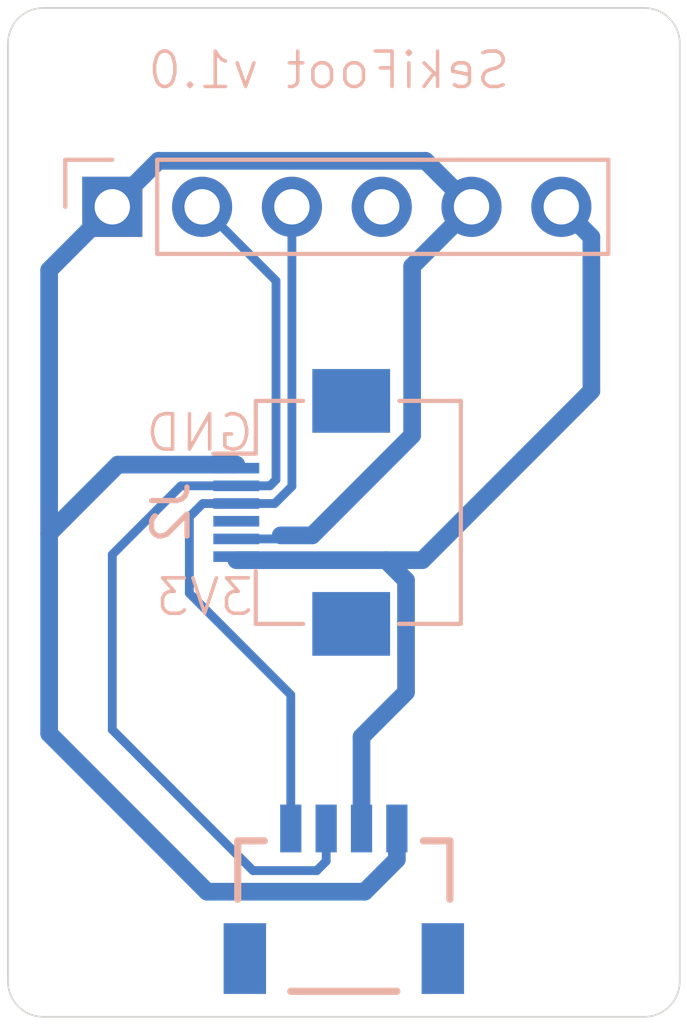
<source format=kicad_pcb>
(kicad_pcb (version 20240108) (generator "pcbnew") (generator_version "8.0")
  (layers (0 "F.Cu" signal) (31 "B.Cu" signal) (34 "B.Paste" user) (35 "F.Paste" user) (36 "B.SilkS" user "B.Silkscreen") (37 "F.SilkS" user "F.Silkscreen") (38 "B.Mask" user) (39 "F.Mask" user) (44 "Edge.Cuts" user))
  (net 0 "")
  (net 1 "VCC")
  (net 2 "GND")
  (net 7 "SCL-DIO")
  (net 8 "SDA-SCK")
  (footprint "Rikkodo_FootPrint:rkd_SekiBall_ScrewHall" (layer "F.Cu") (at 30.95625 101.203125)
    (property "Reference" "M2" (hide yes))
    (property "Value" "rkd_SekiBall_ScrewHall")
    (pad "" np_thru_hole oval (at -4.2 -5.1) (size 2.4 1.6) (drill oval 2.4 1.6) (layers "*.Cu" "*.Mask" "In1.Cu" "In2.Cu" "In3.Cu" "In4.Cu" "In5.Cu" "In6.Cu" "In7.Cu" "In8.Cu" "In9.Cu" "In10.Cu" "In11.Cu" "In12.Cu" "In13.Cu" "In14.Cu" "In15.Cu" "In16.Cu" "In17.Cu" "In18.Cu" "In19.Cu" "In20.Cu" "In21.Cu" "In22.Cu" "In23.Cu" "In24.Cu" "In25.Cu" "In26.Cu" "In27.Cu" "In28.Cu" "In29.Cu" "In30.Cu"))
    (pad "" np_thru_hole oval (at -4.2 5.1) (size 2.4 1.6) (drill oval 2.4 1.6) (layers "*.Cu" "*.Mask" "In1.Cu" "In2.Cu" "In3.Cu" "In4.Cu" "In5.Cu" "In6.Cu" "In7.Cu" "In8.Cu" "In9.Cu" "In10.Cu" "In11.Cu" "In12.Cu" "In13.Cu" "In14.Cu" "In15.Cu" "In16.Cu" "In17.Cu" "In18.Cu" "In19.Cu" "In20.Cu" "In21.Cu" "In22.Cu" "In23.Cu" "In24.Cu" "In25.Cu" "In26.Cu" "In27.Cu" "In28.Cu" "In29.Cu" "In30.Cu"))
    (pad "" np_thru_hole oval (at 4.2 -5.1) (size 2.4 1.6) (drill oval 2.4 1.6) (layers "*.Cu" "*.Mask" "In1.Cu" "In2.Cu" "In3.Cu" "In4.Cu" "In5.Cu" "In6.Cu" "In7.Cu" "In8.Cu" "In9.Cu" "In10.Cu" "In11.Cu" "In12.Cu" "In13.Cu" "In14.Cu" "In15.Cu" "In16.Cu" "In17.Cu" "In18.Cu" "In19.Cu" "In20.Cu" "In21.Cu" "In22.Cu" "In23.Cu" "In24.Cu" "In25.Cu" "In26.Cu" "In27.Cu" "In28.Cu" "In29.Cu" "In30.Cu"))
    (pad "" np_thru_hole oval (at 4.2 5.1) (size 2.4 1.6) (drill oval 2.4 1.6) (layers "*.Cu" "*.Mask" "In1.Cu" "In2.Cu" "In3.Cu" "In4.Cu" "In5.Cu" "In6.Cu" "In7.Cu" "In8.Cu" "In9.Cu" "In10.Cu" "In11.Cu" "In12.Cu" "In13.Cu" "In14.Cu" "In15.Cu" "In16.Cu" "In17.Cu" "In18.Cu" "In19.Cu" "In20.Cu" "In21.Cu" "In22.Cu" "In23.Cu" "In24.Cu" "In25.Cu" "In26.Cu" "In27.Cu" "In28.Cu" "In29.Cu" "In30.Cu"))
  )
  (footprint "Rikkodo_FootPrint:rkd_SekiBall_ScrewHall" (layer "F.Cu") (at 30.95625 101.203125 90)
    (property "Reference" "M3" (hide yes))
    (property "Value" "rkd_SekiBall_ScrewHall")
    (pad "" np_thru_hole oval (at -4.2 -5.1 90) (size 2.4 1.6) (drill oval 2.4 1.6) (layers "*.Cu" "*.Mask" "In1.Cu" "In2.Cu" "In3.Cu" "In4.Cu" "In5.Cu" "In6.Cu" "In7.Cu" "In8.Cu" "In9.Cu" "In10.Cu" "In11.Cu" "In12.Cu" "In13.Cu" "In14.Cu" "In15.Cu" "In16.Cu" "In17.Cu" "In18.Cu" "In19.Cu" "In20.Cu" "In21.Cu" "In22.Cu" "In23.Cu" "In24.Cu" "In25.Cu" "In26.Cu" "In27.Cu" "In28.Cu" "In29.Cu" "In30.Cu"))
    (pad "" np_thru_hole oval (at -4.2 5.1 90) (size 2.4 1.6) (drill oval 2.4 1.6) (layers "*.Cu" "*.Mask" "In1.Cu" "In2.Cu" "In3.Cu" "In4.Cu" "In5.Cu" "In6.Cu" "In7.Cu" "In8.Cu" "In9.Cu" "In10.Cu" "In11.Cu" "In12.Cu" "In13.Cu" "In14.Cu" "In15.Cu" "In16.Cu" "In17.Cu" "In18.Cu" "In19.Cu" "In20.Cu" "In21.Cu" "In22.Cu" "In23.Cu" "In24.Cu" "In25.Cu" "In26.Cu" "In27.Cu" "In28.Cu" "In29.Cu" "In30.Cu"))
    (pad "" np_thru_hole oval (at 4.2 -5.1 90) (size 2.4 1.6) (drill oval 2.4 1.6) (layers "*.Cu" "*.Mask" "In1.Cu" "In2.Cu" "In3.Cu" "In4.Cu" "In5.Cu" "In6.Cu" "In7.Cu" "In8.Cu" "In9.Cu" "In10.Cu" "In11.Cu" "In12.Cu" "In13.Cu" "In14.Cu" "In15.Cu" "In16.Cu" "In17.Cu" "In18.Cu" "In19.Cu" "In20.Cu" "In21.Cu" "In22.Cu" "In23.Cu" "In24.Cu" "In25.Cu" "In26.Cu" "In27.Cu" "In28.Cu" "In29.Cu" "In30.Cu"))
    (pad "" np_thru_hole oval (at 4.2 5.1 90) (size 2.4 1.6) (drill oval 2.4 1.6) (layers "*.Cu" "*.Mask" "In1.Cu" "In2.Cu" "In3.Cu" "In4.Cu" "In5.Cu" "In6.Cu" "In7.Cu" "In8.Cu" "In9.Cu" "In10.Cu" "In11.Cu" "In12.Cu" "In13.Cu" "In14.Cu" "In15.Cu" "In16.Cu" "In17.Cu" "In18.Cu" "In19.Cu" "In20.Cu" "In21.Cu" "In22.Cu" "In23.Cu" "In24.Cu" "In25.Cu" "In26.Cu" "In27.Cu" "In28.Cu" "In29.Cu" "In30.Cu"))
  )
  (footprint "Rikkodo_FootPrint:rkd_Point_Cut" (layer "F.Cu") (at 30.9563 101.2031)
    (property "Reference" "M1" (hide yes))
    (property "Value" "Mark" (hide yes))
    (fp_line (start -9.5 -13.25) (end -9.5 13.25) (stroke (width 0.05)) (layer "Edge.Cuts"))
    (fp_line (start -8.5 -14.25) (end 8.5 -14.25) (stroke (width 0.05)) (layer "Edge.Cuts"))
    (fp_line (start 8.5 14.25) (end -8.5 14.25) (stroke (width 0.05)) (layer "Edge.Cuts"))
    (fp_line (start 9.5 -13.25) (end 9.5 13.25) (stroke (width 0.05)) (layer "Edge.Cuts"))
    (fp_arc (start -9.5 -13.25) (mid -9.207107 -13.957107) (end -8.5 -14.25) (stroke (width 0.05)) (layer "Edge.Cuts"))
    (fp_arc (start -8.5 14.25) (mid -9.207107 13.957107) (end -9.5 13.25) (stroke (width 0.05)) (layer "Edge.Cuts"))
    (fp_arc (start 8.5 -14.25) (mid 9.207107 -13.957107) (end 9.5 -13.25) (stroke (width 0.05)) (layer "Edge.Cuts"))
    (fp_arc (start 9.5 13.25) (mid 9.207107 13.957107) (end 8.5 14.25) (stroke (width 0.05)) (layer "Edge.Cuts"))
    (pad "" np_thru_hole circle (at -7.25 -12) (size 2.2 2.2) (drill 2.2) (layers "*.Cu" "*.Mask" "In1.Cu" "In2.Cu" "In3.Cu" "In4.Cu" "In5.Cu" "In6.Cu" "In7.Cu" "In8.Cu" "In9.Cu" "In10.Cu" "In11.Cu" "In12.Cu" "In13.Cu" "In14.Cu" "In15.Cu" "In16.Cu" "In17.Cu" "In18.Cu" "In19.Cu" "In20.Cu" "In21.Cu" "In22.Cu" "In23.Cu" "In24.Cu" "In25.Cu" "In26.Cu" "In27.Cu" "In28.Cu" "In29.Cu" "In30.Cu"))
    (pad "" np_thru_hole circle (at -7.25 12) (size 2.2 2.2) (drill 2.2) (layers "*.Cu" "*.Mask" "In1.Cu" "In2.Cu" "In3.Cu" "In4.Cu" "In5.Cu" "In6.Cu" "In7.Cu" "In8.Cu" "In9.Cu" "In10.Cu" "In11.Cu" "In12.Cu" "In13.Cu" "In14.Cu" "In15.Cu" "In16.Cu" "In17.Cu" "In18.Cu" "In19.Cu" "In20.Cu" "In21.Cu" "In22.Cu" "In23.Cu" "In24.Cu" "In25.Cu" "In26.Cu" "In27.Cu" "In28.Cu" "In29.Cu" "In30.Cu"))
    (pad "" np_thru_hole circle (at 7.25 -12) (size 2.2 2.2) (drill 2.2) (layers "*.Cu" "*.Mask" "In1.Cu" "In2.Cu" "In3.Cu" "In4.Cu" "In5.Cu" "In6.Cu" "In7.Cu" "In8.Cu" "In9.Cu" "In10.Cu" "In11.Cu" "In12.Cu" "In13.Cu" "In14.Cu" "In15.Cu" "In16.Cu" "In17.Cu" "In18.Cu" "In19.Cu" "In20.Cu" "In21.Cu" "In22.Cu" "In23.Cu" "In24.Cu" "In25.Cu" "In26.Cu" "In27.Cu" "In28.Cu" "In29.Cu" "In30.Cu"))
    (pad "" np_thru_hole circle (at 7.25 12) (size 2.2 2.2) (drill 2.2) (layers "*.Cu" "*.Mask" "In1.Cu" "In2.Cu" "In3.Cu" "In4.Cu" "In5.Cu" "In6.Cu" "In7.Cu" "In8.Cu" "In9.Cu" "In10.Cu" "In11.Cu" "In12.Cu" "In13.Cu" "In14.Cu" "In15.Cu" "In16.Cu" "In17.Cu" "In18.Cu" "In19.Cu" "In20.Cu" "In21.Cu" "In22.Cu" "In23.Cu" "In24.Cu" "In25.Cu" "In26.Cu" "In27.Cu" "In28.Cu" "In29.Cu" "In30.Cu"))
  )
  (footprint "SparkFun-Connector:JST_SMD_1.0mm-4_Black" (layer "B.Cu") (at 30.95625 110.132905 180)
    (property "Reference" "J1")
    (property "Value" "Qwiic_RA")
    (fp_line (start 3 -0.35) (end 2.25 -0.35) (stroke (width 0.2032)) (layer "B.SilkS"))
    (fp_line (start 3 -2) (end 3 -0.35) (stroke (width 0.2032)) (layer "B.SilkS"))
    (fp_line (start 1.5 -4.6) (end -1.5 -4.6) (stroke (width 0.2032)) (layer "B.SilkS"))
    (fp_line (start -2.25 -0.35) (end -3 -0.35) (stroke (width 0.2032)) (layer "B.SilkS"))
    (fp_line (start -3 -0.35) (end -3 -2) (stroke (width 0.2032)) (layer "B.SilkS"))
    (pad "1" smd rect (at -1.5 0 180) (size 0.6 1.35) (layers "B.Cu" "B.Paste" "B.Mask") (net 2 "GND"))
    (pad "2" smd rect (at -0.5 0 180) (size 0.6 1.35) (layers "B.Cu" "B.Paste" "B.Mask") (net 1 "VCC"))
    (pad "3" smd rect (at 0.5 0 180) (size 0.6 1.35) (layers "B.Cu" "B.Paste" "B.Mask") (net 8 "SDA-SCK"))
    (pad "4" smd rect (at 1.5 0 180) (size 0.6 1.35) (layers "B.Cu" "B.Paste" "B.Mask") (net 7 "SCL-DIO"))
    (pad "NC1" smd rect (at 2.8 -3.675 180) (size 1.2 2) (layers "B.Cu" "B.Paste" "B.Mask"))
    (pad "NC2" smd rect (at -2.8 -3.675 180) (size 1.2 2) (layers "B.Cu" "B.Paste" "B.Mask"))
  )
  (footprint "Connector_PinHeader_2.54mm:PinHeader_1x06_P2.54mm_Vertical" (layer "B.Cu") (at 24.407792 92.571016 -90)
    (property "Reference" "J3" (hide yes))
    (property "Value" "Conn_01x06")
    (fp_line (start -1.33 1.33) (end -1.33 0) (stroke (width 0.12)) (layer "B.SilkS"))
    (fp_line (start 0 1.33) (end -1.33 1.33) (stroke (width 0.12)) (layer "B.SilkS"))
    (fp_line (start 1.33 -1.27) (end -1.33 -1.27) (stroke (width 0.12)) (layer "B.SilkS"))
    (fp_line (start -1.33 -14.03) (end -1.33 -1.27) (stroke (width 0.12)) (layer "B.SilkS"))
    (fp_line (start 1.33 -14.03) (end 1.33 -1.27) (stroke (width 0.12)) (layer "B.SilkS"))
    (fp_line (start 1.33 -14.03) (end -1.33 -14.03) (stroke (width 0.12)) (layer "B.SilkS"))
    (pad "1" thru_hole rect (at 0 0 270) (size 1.7 1.7) (drill 1) (layers "*.Cu" "*.Mask" "In1.Cu" "In2.Cu" "In3.Cu" "In4.Cu" "In5.Cu" "In6.Cu" "In7.Cu" "In8.Cu" "In9.Cu" "In10.Cu" "In11.Cu" "In12.Cu" "In13.Cu" "In14.Cu" "In15.Cu" "In16.Cu" "In17.Cu" "In18.Cu" "In19.Cu" "In20.Cu" "In21.Cu" "In22.Cu" "In23.Cu" "In24.Cu" "In25.Cu" "In26.Cu" "In27.Cu" "In28.Cu" "In29.Cu" "In30.Cu") (net 2 "GND"))
    (pad "2" thru_hole oval (at 0 -2.54 270) (size 1.7 1.7) (drill 1) (layers "*.Cu" "*.Mask" "In1.Cu" "In2.Cu" "In3.Cu" "In4.Cu" "In5.Cu" "In6.Cu" "In7.Cu" "In8.Cu" "In9.Cu" "In10.Cu" "In11.Cu" "In12.Cu" "In13.Cu" "In14.Cu" "In15.Cu" "In16.Cu" "In17.Cu" "In18.Cu" "In19.Cu" "In20.Cu" "In21.Cu" "In22.Cu" "In23.Cu" "In24.Cu" "In25.Cu" "In26.Cu" "In27.Cu" "In28.Cu" "In29.Cu" "In30.Cu") (net 8 "SDA-SCK"))
    (pad "3" thru_hole oval (at 0 -5.08 270) (size 1.7 1.7) (drill 1) (layers "*.Cu" "*.Mask" "In1.Cu" "In2.Cu" "In3.Cu" "In4.Cu" "In5.Cu" "In6.Cu" "In7.Cu" "In8.Cu" "In9.Cu" "In10.Cu" "In11.Cu" "In12.Cu" "In13.Cu" "In14.Cu" "In15.Cu" "In16.Cu" "In17.Cu" "In18.Cu" "In19.Cu" "In20.Cu" "In21.Cu" "In22.Cu" "In23.Cu" "In24.Cu" "In25.Cu" "In26.Cu" "In27.Cu" "In28.Cu" "In29.Cu" "In30.Cu") (net 7 "SCL-DIO"))
    (pad "4" thru_hole oval (at 0 -7.62 270) (size 1.7 1.7) (drill 1) (layers "*.Cu" "*.Mask" "In1.Cu" "In2.Cu" "In3.Cu" "In4.Cu" "In5.Cu" "In6.Cu" "In7.Cu" "In8.Cu" "In9.Cu" "In10.Cu" "In11.Cu" "In12.Cu" "In13.Cu" "In14.Cu" "In15.Cu" "In16.Cu" "In17.Cu" "In18.Cu" "In19.Cu" "In20.Cu" "In21.Cu" "In22.Cu" "In23.Cu" "In24.Cu" "In25.Cu" "In26.Cu" "In27.Cu" "In28.Cu" "In29.Cu" "In30.Cu"))
    (pad "5" thru_hole oval (at 0 -10.16 270) (size 1.7 1.7) (drill 1) (layers "*.Cu" "*.Mask" "In1.Cu" "In2.Cu" "In3.Cu" "In4.Cu" "In5.Cu" "In6.Cu" "In7.Cu" "In8.Cu" "In9.Cu" "In10.Cu" "In11.Cu" "In12.Cu" "In13.Cu" "In14.Cu" "In15.Cu" "In16.Cu" "In17.Cu" "In18.Cu" "In19.Cu" "In20.Cu" "In21.Cu" "In22.Cu" "In23.Cu" "In24.Cu" "In25.Cu" "In26.Cu" "In27.Cu" "In28.Cu" "In29.Cu" "In30.Cu") (net 2 "GND"))
    (pad "6" thru_hole oval (at 0 -12.7 270) (size 1.7 1.7) (drill 1) (layers "*.Cu" "*.Mask" "In1.Cu" "In2.Cu" "In3.Cu" "In4.Cu" "In5.Cu" "In6.Cu" "In7.Cu" "In8.Cu" "In9.Cu" "In10.Cu" "In11.Cu" "In12.Cu" "In13.Cu" "In14.Cu" "In15.Cu" "In16.Cu" "In17.Cu" "In18.Cu" "In19.Cu" "In20.Cu" "In21.Cu" "In22.Cu" "In23.Cu" "In24.Cu" "In25.Cu" "In26.Cu" "In27.Cu" "In28.Cu" "In29.Cu" "In30.Cu") (net 1 "VCC"))
  )
  (footprint "Connector_FFC-FPC:Hirose_FH12-6S-0.5SH_1x06-1MP_P0.50mm_Horizontal" (layer "B.Cu") (at 29.765625 101.203125 -90)
    (property "Reference" "J2" (at 0 3.7 90) (layer "B.SilkS") (effects (justify mirror)))
    (property "Value" "Conn_01x06")
    (fp_line (start -1.66 2.5) (end -1.66 1.3) (stroke (width 0.12)) (layer "B.SilkS"))
    (fp_line (start -3.15 1.3) (end -1.66 1.3) (stroke (width 0.12)) (layer "B.SilkS"))
    (fp_line (start 3.15 1.3) (end 1.66 1.3) (stroke (width 0.12)) (layer "B.SilkS"))
    (fp_line (start -3.15 -0.04) (end -3.15 1.3) (stroke (width 0.12)) (layer "B.SilkS"))
    (fp_line (start 3.15 -0.04) (end 3.15 1.3) (stroke (width 0.12)) (layer "B.SilkS"))
    (fp_line (start 3.15 -2.76) (end 3.15 -4.5) (stroke (width 0.12)) (layer "B.SilkS"))
    (fp_line (start -3.15 -4.5) (end -3.15 -2.76) (stroke (width 0.12)) (layer "B.SilkS"))
    (fp_line (start 3.15 -4.5) (end -3.15 -4.5) (stroke (width 0.12)) (layer "B.SilkS"))
    (pad "1" smd rect (at -1.25 1.85 270) (size 0.3 1.3) (layers "B.Cu" "B.Paste" "B.Mask") (net 2 "GND"))
    (pad "2" smd rect (at -0.75 1.85 270) (size 0.3 1.3) (layers "B.Cu" "B.Paste" "B.Mask") (net 8 "SDA-SCK"))
    (pad "3" smd rect (at -0.25 1.85 270) (size 0.3 1.3) (layers "B.Cu" "B.Paste" "B.Mask") (net 7 "SCL-DIO"))
    (pad "4" smd rect (at 0.25 1.85 270) (size 0.3 1.3) (layers "B.Cu" "B.Paste" "B.Mask"))
    (pad "5" smd rect (at 0.75 1.85 270) (size 0.3 1.3) (layers "B.Cu" "B.Paste" "B.Mask") (net 2 "GND"))
    (pad "6" smd rect (at 1.25 1.85 270) (size 0.3 1.3) (layers "B.Cu" "B.Paste" "B.Mask") (net 1 "VCC"))
    (pad "MP" smd rect (at -3.15 -1.4 270) (size 1.8 2.2) (layers "B.Cu" "B.Paste" "B.Mask"))
    (pad "MP" smd rect (at 3.15 -1.4 270) (size 1.8 2.2) (layers "B.Cu" "B.Paste" "B.Mask"))
  )
  (gr_text "GND" (at 28.465625 99.543125 0) (layer "B.SilkS") (effects (font (size 1 1) (thickness 0.1)) (justify left bottom mirror)))
  (gr_text "3V3" (at 28.465625 104.1796 0) (layer "B.SilkS") (effects (font (size 1 1) (thickness 0.1)) (justify left bottom mirror)))
  (gr_text "SekiFoot v1.0" (at 35.71875 89.296875 0) (layer "B.SilkS") (effects (font (size 1 1) (thickness 0.1)) (justify left bottom mirror)))
  (segment (start 31.45625 110.132905) (end 31.45625 107.54375) (width 0.5) (layer "B.Cu") (net 1))
  (segment (start 37.107792 92.571016) (end 37.957792 93.421016) (width 0.5) (layer "B.Cu") (net 1))
  (segment (start 32.715625 103.121902) (end 32.146848 102.553125) (width 0.5) (layer "B.Cu") (net 1))
  (segment (start 37.957792 93.421016) (end 37.957792 97.773344) (width 0.5) (layer "B.Cu") (net 1))
  (segment (start 32.715625 106.284375) (end 32.715625 103.121902) (width 0.5) (layer "B.Cu") (net 1))
  (segment (start 31.45625 107.54375) (end 32.715625 106.284375) (width 0.5) (layer "B.Cu") (net 1))
  (segment (start 33.178011 102.553125) (end 32.146848 102.553125) (width 0.5) (layer "B.Cu") (net 1))
  (segment (start 37.957792 97.773344) (end 33.178011 102.553125) (width 0.5) (layer "B.Cu") (net 1))
  (segment (start 32.146848 102.553125) (end 27.915625 102.553125) (width 0.5) (layer "B.Cu") (net 1))
  (segment (start 31.545499 111.918656) (end 27.086696 111.918656) (width 0.5) (layer "B.Cu") (net 2))
  (segment (start 25.707792 91.271016) (end 33.267792 91.271016) (width 0.5) (layer "B.Cu") (net 2))
  (segment (start 22.621856 107.453816) (end 22.621856 101.798352) (width 0.5) (layer "B.Cu") (net 2))
  (segment (start 32.45625 111.007905) (end 31.545499 111.918656) (width 0.5) (layer "B.Cu") (net 2))
  (segment (start 24.567083 99.853125) (end 27.915625 99.853125) (width 0.5) (layer "B.Cu") (net 2))
  (segment (start 30.063256 101.853125) (end 32.888061 99.02832) (width 0.5) (layer "B.Cu") (net 2))
  (segment (start 22.621856 101.798352) (end 24.567083 99.853125) (width 0.5) (layer "B.Cu") (net 2))
  (segment (start 24.407792 92.571016) (end 25.707792 91.271016) (width 0.5) (layer "B.Cu") (net 2))
  (segment (start 22.621856 94.356952) (end 22.621856 101.798352) (width 0.5) (layer "B.Cu") (net 2))
  (segment (start 24.407792 92.571016) (end 22.621856 94.356952) (width 0.5) (layer "B.Cu") (net 2))
  (segment (start 33.267792 91.271016) (end 34.567792 92.571016) (width 0.5) (layer "B.Cu") (net 2))
  (segment (start 29.170288 101.853125) (end 29.070288 101.953125) (width 0.25) (layer "B.Cu") (net 2))
  (segment (start 29.170288 101.853125) (end 30.063256 101.853125) (width 0.5) (layer "B.Cu") (net 2))
  (segment (start 29.070288 101.953125) (end 27.915625 101.953125) (width 0.25) (layer "B.Cu") (net 2))
  (segment (start 32.888061 99.02832) (end 32.888061 94.250747) (width 0.5) (layer "B.Cu") (net 2))
  (segment (start 32.888061 94.250747) (end 34.567792 92.571016) (width 0.5) (layer "B.Cu") (net 2))
  (segment (start 27.086696 111.918656) (end 22.621856 107.453816) (width 0.5) (layer "B.Cu") (net 2))
  (segment (start 32.45625 110.132905) (end 32.45625 111.007905) (width 0.5) (layer "B.Cu") (net 2))
  (segment (start 26.965625 100.953125) (end 27.915625 100.953125) (width 0.25) (layer "B.Cu") (net 7))
  (segment (start 29.002021 100.953125) (end 27.915625 100.953125) (width 0.25) (layer "B.Cu") (net 7))
  (segment (start 29.487792 92.571016) (end 29.487792 100.467354) (width 0.25) (layer "B.Cu") (net 7))
  (segment (start 26.586828 103.4875) (end 26.586828 101.331922) (width 0.25) (layer "B.Cu") (net 7))
  (segment (start 29.45625 106.356922) (end 26.586828 103.4875) (width 0.25) (layer "B.Cu") (net 7))
  (segment (start 29.45625 110.132905) (end 29.45625 106.356922) (width 0.25) (layer "B.Cu") (net 7))
  (segment (start 26.586828 101.331922) (end 26.965625 100.953125) (width 0.25) (layer "B.Cu") (net 7))
  (segment (start 29.487792 100.467354) (end 29.002021 100.953125) (width 0.25) (layer "B.Cu") (net 7))
  (segment (start 26.348331 100.453125) (end 24.407792 102.393664) (width 0.25) (layer "B.Cu") (net 8))
  (segment (start 24.407792 102.393664) (end 24.407792 107.344886) (width 0.25) (layer "B.Cu") (net 8))
  (segment (start 27.915625 100.453125) (end 26.348331 100.453125) (width 0.25) (layer "B.Cu") (net 8))
  (segment (start 29.037792 100.280958) (end 29.037792 94.661016) (width 0.25) (layer "B.Cu") (net 8))
  (segment (start 28.865625 100.453125) (end 29.037792 100.280958) (width 0.25) (layer "B.Cu") (net 8))
  (segment (start 30.190811 111.323344) (end 30.45625 111.057905) (width 0.25) (layer "B.Cu") (net 8))
  (segment (start 28.38625 111.323344) (end 30.190811 111.323344) (width 0.25) (layer "B.Cu") (net 8))
  (segment (start 30.45625 111.057905) (end 30.45625 110.132905) (width 0.25) (layer "B.Cu") (net 8))
  (segment (start 27.915625 100.453125) (end 28.865625 100.453125) (width 0.25) (layer "B.Cu") (net 8))
  (segment (start 29.037792 94.661016) (end 26.947792 92.571016) (width 0.25) (layer "B.Cu") (net 8))
  (segment (start 24.407792 107.344886) (end 28.38625 111.323344) (width 0.25) (layer "B.Cu") (net 8))
)
</source>
